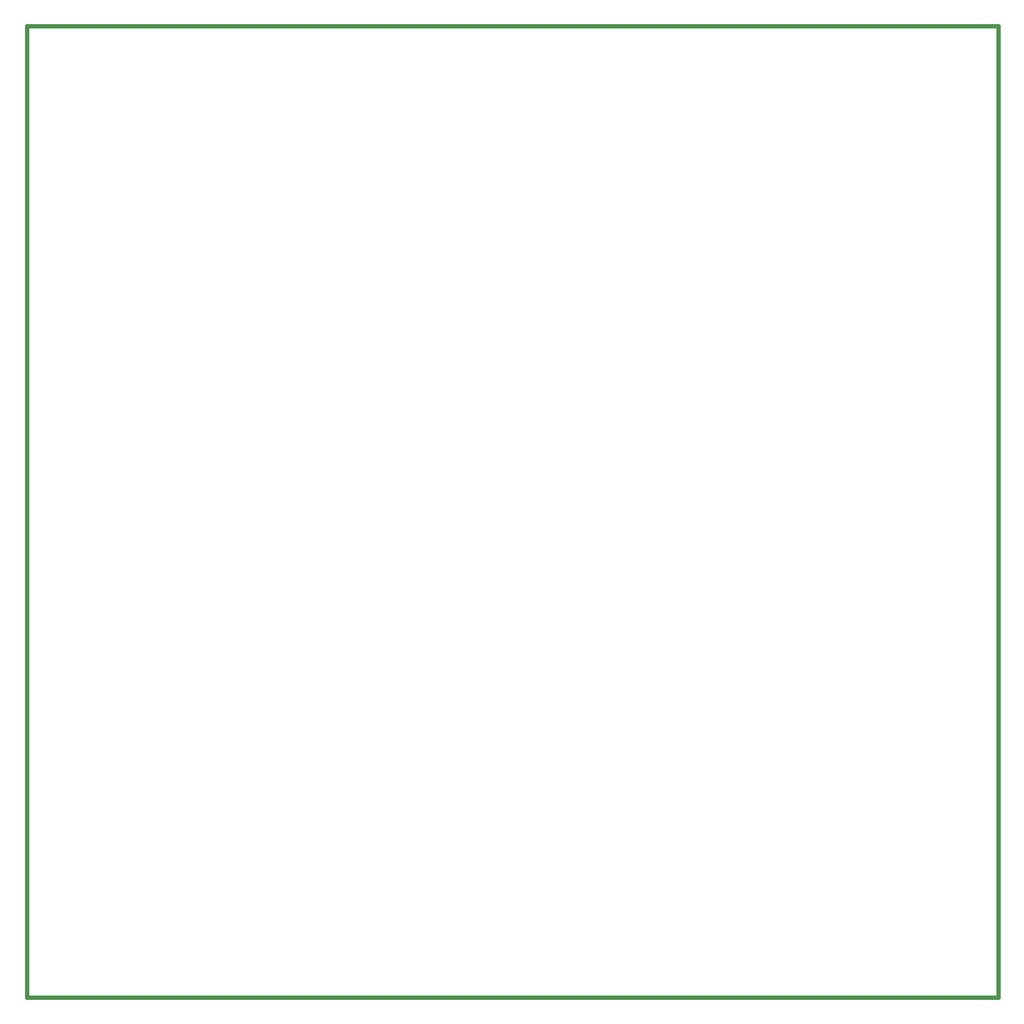
<source format=gm1>
G04 #@! TF.FileFunction,Profile,NP*
%FSLAX46Y46*%
G04 Gerber Fmt 4.6, Leading zero omitted, Abs format (unit mm)*
G04 Created by KiCad (PCBNEW 4.0.6) date 11/02/17 20:58:10*
%MOMM*%
%LPD*%
G01*
G04 APERTURE LIST*
%ADD10C,0.150000*%
%ADD11C,0.381000*%
G04 APERTURE END LIST*
D10*
D11*
X28321000Y-147193000D02*
X123698000Y-147193000D01*
X28321000Y-51816000D02*
X28321000Y-147193000D01*
X123698000Y-51816000D02*
X28321000Y-51816000D01*
X123698000Y-51816000D02*
X123698000Y-147193000D01*
M02*

</source>
